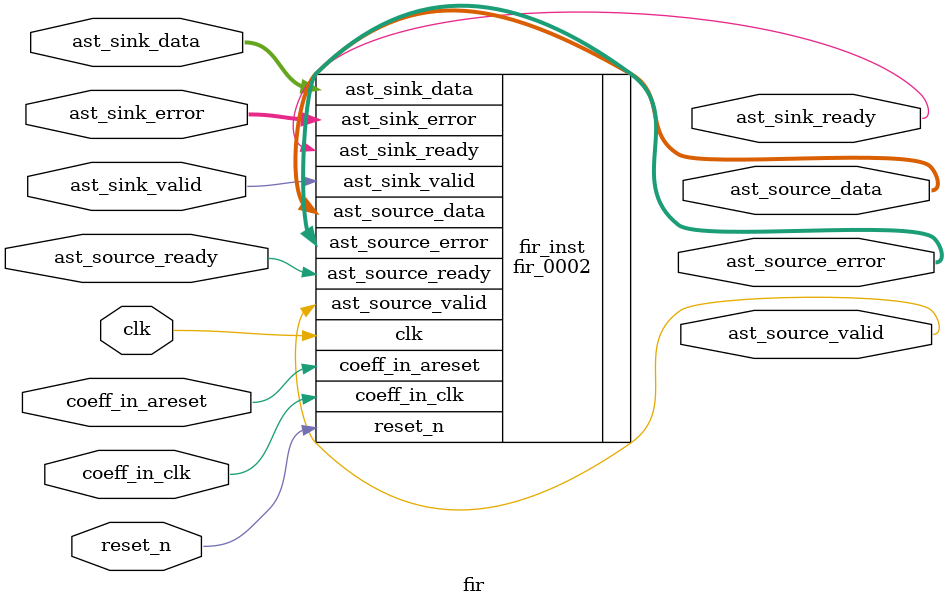
<source format=v>


`timescale 1 ps / 1 ps
module fir (
		input  wire        clk,              //             clock_reset.clk
		input  wire        reset_n,          //       clock_reset_reset.reset_n
		input  wire        coeff_in_clk,     //       coeff_clock_reset.clk
		input  wire        coeff_in_areset,  // coeff_clock_reset_reset.reset
		input  wire [13:0] ast_sink_data,    //   avalon_streaming_sink.data
		output wire        ast_sink_ready,   //                        .ready
		input  wire        ast_sink_valid,   //                        .valid
		input  wire [1:0]  ast_sink_error,   //                        .error
		output wire [33:0] ast_source_data,  // avalon_streaming_source.data
		input  wire        ast_source_ready, //                        .ready
		output wire        ast_source_valid, //                        .valid
		output wire [1:0]  ast_source_error  //                        .error
	);

	fir_0002 fir_inst (
		.clk              (clk),              //             clock_reset.clk
		.reset_n          (reset_n),          //       clock_reset_reset.reset_n
		.coeff_in_clk     (coeff_in_clk),     //       coeff_clock_reset.clk
		.coeff_in_areset  (coeff_in_areset),  // coeff_clock_reset_reset.reset
		.ast_sink_data    (ast_sink_data),    //   avalon_streaming_sink.data
		.ast_sink_ready   (ast_sink_ready),   //                        .ready
		.ast_sink_valid   (ast_sink_valid),   //                        .valid
		.ast_sink_error   (ast_sink_error),   //                        .error
		.ast_source_data  (ast_source_data),  // avalon_streaming_source.data
		.ast_source_ready (ast_source_ready), //                        .ready
		.ast_source_valid (ast_source_valid), //                        .valid
		.ast_source_error (ast_source_error)  //                        .error
	);

endmodule
// Retrieval info: <?xml version="1.0"?>
//<!--
//	Generated by Altera MegaWizard Launcher Utility version 1.0
//	************************************************************
//	THIS IS A WIZARD-GENERATED FILE. DO NOT EDIT THIS FILE!
//	************************************************************
//	Copyright (C) 1991-2012 Altera Corporation
//	Any megafunction design, and related net list (encrypted or decrypted),
//	support information, device programming or simulation file, and any other
//	associated documentation or information provided by Altera or a partner
//	under Altera's Megafunction Partnership Program may be used only to
//	program PLD devices (but not masked PLD devices) from Altera.  Any other
//	use of such megafunction design, net list, support information, device
//	programming or simulation file, or any other related documentation or
//	information is prohibited for any other purpose, including, but not
//	limited to modification, reverse engineering, de-compiling, or use with
//	any other silicon devices, unless such use is explicitly licensed under
//	a separate agreement with Altera or a megafunction partner.  Title to
//	the intellectual property, including patents, copyrights, trademarks,
//	trade secrets, or maskworks, embodied in any such megafunction design,
//	net list, support information, device programming or simulation file, or
//	any other related documentation or information provided by Altera or a
//	megafunction partner, remains with Altera, the megafunction partner, or
//	their respective licensors.  No other licenses, including any licenses
//	needed under any third party's intellectual property, are provided herein.
//-->
// Retrieval info: <instance entity-name="altera_fir_compiler_ii" version="11.0" >
// Retrieval info: 	<generic name="deviceFamily" value="Cyclone IV E" />
// Retrieval info: 	<generic name="filterType" value="Decimation" />
// Retrieval info: 	<generic name="interpFactor" value="1" />
// Retrieval info: 	<generic name="decimFactor" value="3" />
// Retrieval info: 	<generic name="L_bandsFilter" value="All taps" />
// Retrieval info: 	<generic name="clockRate" value="120" />
// Retrieval info: 	<generic name="clockSlack" value="0" />
// Retrieval info: 	<generic name="speedGrade" value="Medium" />
// Retrieval info: 	<generic name="coeffReload" value="false" />
// Retrieval info: 	<generic name="baseAddress" value="0" />
// Retrieval info: 	<generic name="readWriteMode" value="Read/Write" />
// Retrieval info: 	<generic name="backPressure" value="false" />
// Retrieval info: 	<generic name="symmetryMode" value="Symmetrical" />
// Retrieval info: 	<generic name="delayRAMBlockThreshold" value="20" />
// Retrieval info: 	<generic name="dualMemDistRAMThreshold" value="1280" />
// Retrieval info: 	<generic name="mRAMThreshold" value="1000000" />
// Retrieval info: 	<generic name="hardMultiplierThreshold" value="-1" />
// Retrieval info: 	<generic name="inputRate" value="120" />
// Retrieval info: 	<generic name="inputChannelNum" value="1" />
// Retrieval info: 	<generic name="inputType" value="Signed Binary" />
// Retrieval info: 	<generic name="inputBitWidth" value="14" />
// Retrieval info: 	<generic name="inputFracBitWidth" value="0" />
// Retrieval info: 	<generic name="coeffSetRealValue" value="0.0176663,0.013227,0.0,-0.0149911,-0.0227152,-0.0172976,0.0,0.0204448,0.0318046,0.0249882,0.0,-0.0321283,-0.0530093,-0.04498,0.0,0.0749693,0.159034,0.224907,0.249809,0.224907,0.159034,0.0749693,0.0,-0.04498,-0.0530093,-0.0321283,0.0,0.0249882,0.0318046,0.0204448,0.0,-0.0172976,-0.0227152,-0.0149911,0.0,0.013227,0.0176663" />
// Retrieval info: 	<generic name="coeffType" value="Signed Binary" />
// Retrieval info: 	<generic name="coeffBitWidth" value="14" />
// Retrieval info: 	<generic name="coeffFracBitWidth" value="0" />
// Retrieval info: 	<generic name="outType" value="Signed Binary" />
// Retrieval info: 	<generic name="outMSBRound" value="Truncation" />
// Retrieval info: 	<generic name="outMsbBitRem" value="0" />
// Retrieval info: 	<generic name="outLSBRound" value="Truncation" />
// Retrieval info: 	<generic name="outLsbBitRem" value="0" />
// Retrieval info: 	<generic name="resoureEstimation" value="1000,1200,10" />
// Retrieval info: 	<generic name="bankCount" value="1" />
// Retrieval info: 	<generic name="bankDisplay" value="0" />
// Retrieval info: </instance>
// IPFS_FILES : fir.vo
// RELATED_FILES: fir.v, altera_avalon_sc_fifo.v, auk_dspip_avalon_streaming_controller_hpfir.vhd, auk_dspip_avalon_streaming_sink_hpfir.vhd, auk_dspip_avalon_streaming_source_hpfir.vhd, auk_dspip_roundsat_hpfir.vhd, auk_dspip_math_pkg_hpfir.vhd, auk_dspip_lib_pkg_hpfir.vhd, fir_0002_rtl.vhd, fir_0002_rtl_wysiwyg.vhd, fir_0002_ast.vhd, fir_0002.vhd

</source>
